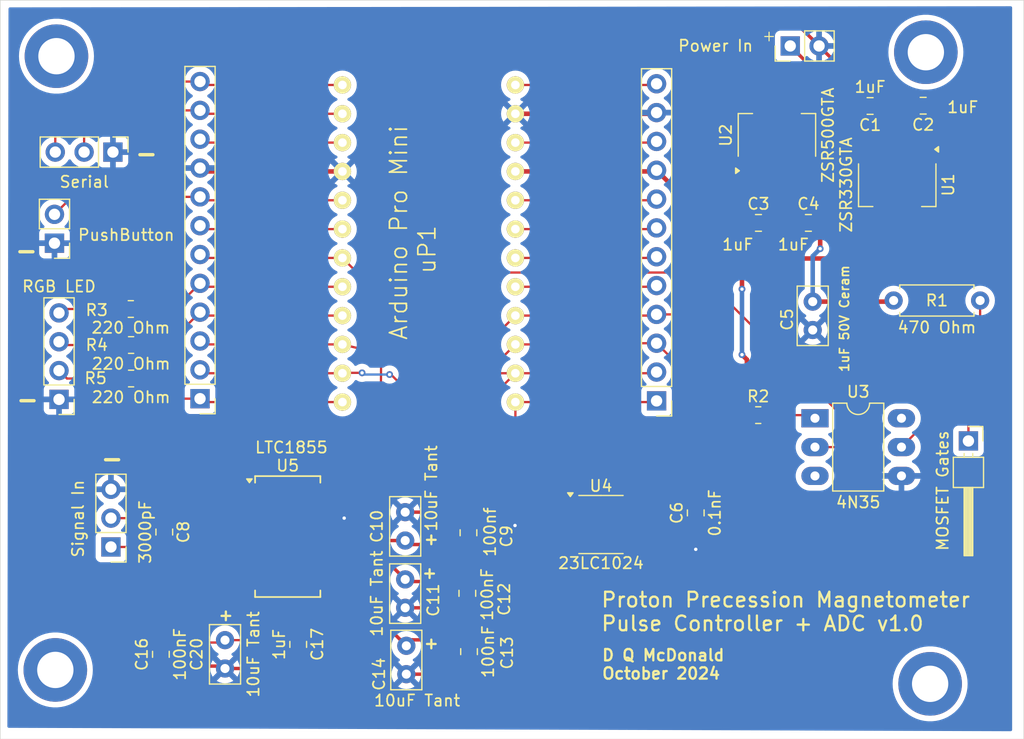
<source format=kicad_pcb>
(kicad_pcb (version 20240108) (generator "pcbnew") (generator_version "8.0")
  (title_block (title "PPM Pulse Controller") (date "2024-10-11") (rev "1.0") (company "D. Q. McDonald"))
  (layers (0 "F.Cu" signal) (31 "B.Cu" signal) (34 "B.Paste" user) (35 "F.Paste" user) (36 "B.SilkS" user "B.Silkscreen") (37 "F.SilkS" user "F.Silkscreen") (38 "B.Mask" user) (39 "F.Mask" user) (44 "Edge.Cuts" user))
  (net 0 "")
  (net 1 "+12V")
  (net 2 "+3.3V")
  (net 3 "+5V")
  (net 4 "SerialRX")
  (net 5 "SerialTX")
  (net 6 "Net-(J2-Pin_3)")
  (net 7 "Net-(J2-Pin_4)")
  (net 8 "Net-(J2-Pin_2)")
  (net 9 "D8")
  (net 10 "D9")
  (net 11 "D6")
  (net 12 "D3")
  (net 13 "D2")
  (net 14 "RESET2")
  (net 15 "D7")
  (net 16 "D5")
  (net 17 "D4")
  (net 18 "D12")
  (net 19 "D13")
  (net 20 "D10")
  (net 21 "A3")
  (net 22 "A2")
  (net 23 "D11")
  (net 24 "RESET")
  (net 25 "A0")
  (net 26 "A1")
  (net 27 "RAW")
  (net 28 "Net-(J5-Pin_1)")
  (net 29 "Net-(R2-Pad2)")
  (net 32 "AGND")
  (net 33 "Net-(J6-Pin_2)")
  (net 34 "Net-(J6-Pin_1)")
  (net 35 "Net-(U5-REFCOMP)")
  (net 36 "Net-(U5-V_{ref})")
  (net 37 "Net-(U5-ADC^{+})")
  (net 38 "Net-(U5-ADC^{-})")
  (footprint "Package_SO:SSOP-28_5.3x10.2mm_P0.65mm" (layer "F.Cu") (at 142.975 99.7)
    (property "Reference" "U5")
    (property "Value" "LTC1855")
  )
  (footprint "Package_DIP:DIP-6_W7.62mm_LongPads" (layer "F.Cu") (at 189.43 89.27625)
    (property "Reference" "U3")
    (property "Value" "4N35")
  )
  (footprint "Connector_PinHeader_2.54mm:PinHeader_1x01_P2.54mm_Horizontal" (layer "F.Cu") (at 202.95 91.275 -90)
    (property "Reference" "J5" (hide yes))
    (property "Value" "MOSFET Gates")
  )
  (footprint "Connector_PinHeader_2.54mm:PinHeader_1x02_P2.54mm_Vertical" (layer "F.Cu") (at 122.425 73.85 180)
    (property "Reference" "P2" (hide yes))
    (property "Value" "PushButton")
  )
  (footprint "Capacitor_THT:C_Disc_D5.0mm_W2.5mm_P2.50mm" (layer "F.Cu") (at 137.45 111.325 90)
    (property "Reference" "C20")
    (property "Value" "10uF Tant")
  )
  (footprint "Connector_PinHeader_2.54mm:PinHeader_1x12_P2.54mm_Vertical" (layer "F.Cu") (at 175.4731 87.7456 180)
    (property "Reference" "J4" (hide yes))
    (property "Value" "Arduino Out 2" (hide yes))
  )
  (footprint "Package_TO_SOT_SMD:SOT-223" (layer "F.Cu") (at 186.0775 64.33875 90)
    (property "Reference" "U2")
    (property "Value" "ZSR500GTA")
  )
  (footprint "Capacitor_SMD:C_0805_2012Metric_Pad1.18x1.45mm_HandSolder" (layer "F.Cu") (at 184.45 72.06375)
    (property "Reference" "C3")
    (property "Value" "1uF")
  )
  (footprint "Package_SO:SOIC-8_3.9x4.9mm_P1.27mm" (layer "F.Cu") (at 170.575 98.64)
    (property "Reference" "U4")
    (property "Value" "23LC1024")
  )
  (footprint "Connector_PinHeader_2.54mm:PinHeader_1x12_P2.54mm_Vertical" (layer "F.Cu") (at 135.2481 87.5506 180)
    (property "Reference" "J3" (hide yes))
    (property "Value" "Arduino Out 1" (hide yes))
  )
  (footprint "Connector_PinHeader_2.54mm:PinHeader_1x03_P2.54mm_Vertical" (layer "F.Cu") (at 127.575 65.825 -90)
    (property "Reference" "J1" (hide yes))
    (property "Value" "Serial")
  )
  (footprint "Resistor_SMD:R_0805_2012Metric_Pad1.20x1.40mm_HandSolder" (layer "F.Cu") (at 184.43 89.00125)
    (property "Reference" "R2")
    (property "Value" "220 Ohm")
  )
  (footprint "Capacitor_SMD:C_0805_2012Metric_Pad1.18x1.45mm_HandSolder" (layer "F.Cu") (at 188.85 72.06375)
    (property "Reference" "C4")
    (property "Value" "1uF")
  )
  (footprint "Resistor_THT:R_Axial_DIN0207_L6.3mm_D2.5mm_P7.62mm_Horizontal" (layer "F.Cu") (at 196.36 78.90125)
    (property "Reference" "R1" (hide yes))
    (property "Value" "470 Ohm")
  )
  (footprint "Capacitor_SMD:C_0805_2012Metric_Pad1.18x1.45mm_HandSolder" (layer "F.Cu") (at 178.925 97.6125 90)
    (property "Reference" "C6")
    (property "Value" "0.1nF")
  )
  (footprint "MountingHole:MountingHole_3.2mm_M3_DIN965_Pad" (layer "F.Cu") (at 122.6 57.375)
    (property "Reference" "1" (hide yes))
    (property "Value" "1" (hide yes))
  )
  (footprint "Capacitor_SMD:C_0805_2012Metric_Pad1.18x1.45mm_HandSolder" (layer "F.Cu") (at 132.1 99.3 -90)
    (property "Reference" "C8")
    (property "Value" "3000pF")
  )
  (footprint "MountingHole:MountingHole_3.2mm_M3_DIN965_Pad" (layer "F.Cu") (at 199.575 112.675)
    (property "Reference" "3" (hide yes))
    (property "Value" "3" (hide yes))
  )
  (footprint "Capacitor_SMD:C_0805_2012Metric_Pad1.18x1.45mm_HandSolder" (layer "F.Cu") (at 194.2875 61.76375 180)
    (property "Reference" "C1")
    (property "Value" "1uF")
  )
  (footprint "DQM_kicad_new:ArduProMini" (layer "F.Cu") (at 145.255 53.56)
    (property "Reference" "uP1")
    (property "Value" "Arduino Pro Mini")
  )
  (footprint "Connector_PinHeader_2.54mm:PinHeader_1x03_P2.54mm_Vertical" (layer "F.Cu") (at 127.4 100.615 180)
    (property "Reference" "J6" (hide yes))
    (property "Value" "Signal In")
  )
  (footprint "Capacitor_THT:C_Disc_D5.0mm_W2.5mm_P2.50mm" (layer "F.Cu") (at 153.425 111.825 90)
    (property "Reference" "C14")
    (property "Value" "10uF Tant")
  )
  (footprint "Resistor_SMD:R_0805_2012Metric_Pad1.20x1.40mm_HandSolder" (layer "F.Cu") (at 129.175 85.775)
    (property "Reference" "R5")
    (property "Value" "220 Ohm")
  )
  (footprint "MountingHole:MountingHole_3.2mm_M3_DIN965_Pad" (layer "F.Cu") (at 199.2 57.025)
    (property "Reference" "REF**" (hide yes))
    (property "Value" "MountingHole_3.2mm_M3_DIN965_Pad" (hide yes))
  )
  (footprint "MountingHole:MountingHole_3.2mm_M3_DIN965_Pad" (layer "F.Cu") (at 122.5 111.45)
    (property "Reference" "2" (hide yes))
    (property "Value" "1" (hide yes))
  )
  (footprint "Capacitor_SMD:C_0805_2012Metric_Pad1.18x1.45mm_HandSolder" (layer "F.Cu") (at 158.95 109.8375 90)
    (property "Reference" "C13")
    (property "Value" "100nF")
  )
  (footprint "Capacitor_THT:C_Disc_D5.0mm_W2.5mm_P2.50mm" (layer "F.Cu") (at 153.325 100.05 90)
    (property "Reference" "C10")
    (property "Value" "10uF Tant")
  )
  (footprint "Connector_PinHeader_2.54mm:PinHeader_1x02_P2.54mm_Vertical" (layer "F.Cu") (at 187.25 56.475 90)
    (property "Reference" "P1" (hide yes))
    (property "Value" "Power In")
  )
  (footprint "Capacitor_SMD:C_0805_2012Metric_Pad1.18x1.45mm_HandSolder" (layer "F.Cu") (at 158.8 104.7 -90)
    (property "Reference" "C12")
    (property "Value" "100nF")
  )
  (footprint "Capacitor_SMD:C_0805_2012Metric_Pad1.18x1.45mm_HandSolder" (layer "F.Cu") (at 158.9 99.3625 -90)
    (property "Reference" "C9")
    (property "Value" "100nf")
  )
  (footprint "Capacitor_SMD:C_0805_2012Metric_Pad1.18x1.45mm_HandSolder" (layer "F.Cu") (at 198.9625 61.73875 180)
    (property "Reference" "C2")
    (property "Value" "1uF")
  )
  (footprint "Capacitor_SMD:C_0805_2012Metric_Pad1.18x1.45mm_HandSolder" (layer "F.Cu") (at 131.8 110.075 90)
    (property "Reference" "C16")
    (property "Value" "100nF")
  )
  (footprint "Resistor_SMD:R_0805_2012Metric_Pad1.20x1.40mm_HandSolder" (layer "F.Cu") (at 129.15 79.65)
    (property "Reference" "R3")
    (property "Value" "220 Ohm")
  )
  (footprint "Connector_PinHeader_2.54mm:PinHeader_1x04_P2.54mm_Vertical" (layer "F.Cu") (at 122.825 87.615 180)
    (property "Reference" "J2" (hide yes))
    (property "Value" "RGB LED")
  )
  (footprint "Resistor_SMD:R_0805_2012Metric_Pad1.20x1.40mm_HandSolder" (layer "F.Cu") (at 129.175 82.825)
    (property "Reference" "R4")
    (property "Value" "220 Ohm")
  )
  (footprint "Capacitor_THT:C_Disc_D5.0mm_W2.5mm_P2.50mm" (layer "F.Cu") (at 189.23 79.00125 -90)
    (property "Reference" "C5")
    (property "Value" "1uF 50V Ceram")
  )
  (footprint "Package_TO_SOT_SMD:SOT-223" (layer "F.Cu") (at 196.6775 68.71375 -90)
    (property "Reference" "U1")
    (property "Value" "ZSR330GTA")
  )
  (footprint "Capacitor_SMD:C_0805_2012Metric_Pad1.18x1.45mm_HandSolder" (layer "F.Cu") (at 143.9 109.2 -90)
    (property "Reference" "C17")
    (property "Value" "1uF")
  )
  (footprint "Capacitor_THT:C_Disc_D5.0mm_W2.5mm_P2.50mm" (layer "F.Cu") (at 153.325 103.475 -90)
    (property "Reference" "C11")
    (property "Value" "10uF Tant")
  )
  (gr_rect (start 117.65 52.45) (end 207.825 117.55) (stroke (width 0.05)) (fill none) (layer "Edge.Cuts"))
  (gr_text "-" (at 129.4 66.825 0) (layer "F.SilkS") (effects (font (size 1.5 1.5) (thickness 0.3) (bold yes)) (justify left bottom)))
  (gr_text "+" (at 154.725 103.475 0) (layer "F.SilkS") (effects (font (size 1 1) (thickness 0.2) (bold yes)) (justify left bottom)))
  (gr_text "-" (at 118.825 75.375 0) (layer "F.SilkS") (effects (font (size 1.5 1.5) (thickness 0.3) (bold yes)) (justify left bottom)))
  (gr_text "Proton Precession Magnetometer\nPulse Controller + ADC v1.0" (at 170.5 108.125 0) (layer "F.SilkS") (effects (font (size 1.3 1.3) (thickness 0.2) (bold yes)) (justify left bottom)))
  (gr_text "-" (at 118.925 88.5 0) (layer "F.SilkS") (effects (font (size 1.5 1.5) (thickness 0.3) (bold yes)) (justify left bottom)))
  (gr_text "+" (at 184.7 56.15 0) (layer "F.SilkS") (effects (font (size 1 1) (thickness 0.1)) (justify left bottom)))
  (gr_text "-" (at 126.375 93.7 0) (layer "F.SilkS") (effects (font (size 1.5 1.5) (thickness 0.3) (bold yes)) (justify left bottom)))
  (gr_text "+" (at 136.775 107.2 0) (layer "F.SilkS") (effects (font (size 1 1) (thickness 0.2) (bold yes)) (justify left bottom)))
  (gr_text "+" (at 154.875 100.5 0) (layer "F.SilkS") (effects (font (size 1 1) (thickness 0.2) (bold yes)) (justify left bottom)))
  (gr_text "D Q McDonald\nOctober 2024" (at 170.575 112.35 0) (layer "F.SilkS") (effects (font (size 1 1) (thickness 0.2) (bold yes)) (justify left bottom)))
  (gr_text "+" (at 154.875 109.675 0) (layer "F.SilkS") (effects (font (size 1 1) (thickness 0.2) (bold yes)) (justify left bottom)))
  (segment (start 196.26 79.00125) (end 196.36 78.90125) (width 0.4) (layer "F.Cu") (net 1))
  (segment (start 191.5775 71.68875) (end 191.2025 72.06375) (width 0.3) (layer "F.Cu") (net 1))
  (segment (start 194.44 65.50125) (end 194.3775 65.56375) (width 0.4) (layer "F.Cu") (net 1))
  (segment (start 189.8875 71.07625) (end 188.24 69.42875) (width 0.4) (layer "F.Cu") (net 1))
  (segment (start 191.5775 60.8025) (end 192.53875 61.76375) (width 0.3) (layer "F.Cu") (net 1))
  (segment (start 191.5775 60.8025) (end 191.5775 71.68875) (width 0.3) (layer "F.Cu") (net 1))
  (segment (start 188.24 69.42875) (end 188.24 67.78875) (width 0.4) (layer "F.Cu") (net 1))
  (segment (start 189.8875 72.06375) (end 189.8875 71.07625) (width 0.4) (layer "F.Cu") (net 1))
  (segment (start 193.25 64.43625) (end 194.3775 65.56375) (width 0.4) (layer "F.Cu") (net 1))
  (segment (start 189.23 79.00125) (end 196.26 79.00125) (width 0.4) (layer "F.Cu") (net 1))
  (segment (start 187.25 56.475) (end 191.5775 60.8025) (width 0.3) (layer "F.Cu") (net 1))
  (segment (start 191.2025 72.06375) (end 189.8875 72.06375) (width 0.3) (layer "F.Cu") (net 1))
  (segment (start 193.25 61.76375) (end 193.25 64.43625) (width 0.4) (layer "F.Cu") (net 1))
  (segment (start 189.8875 72.06375) (end 189.8875 74.3375) (width 0.4) (layer "F.Cu") (net 1))
  (segment (start 188.54 68.08875) (end 188.24 67.78875) (width 0.4) (layer "F.Cu") (net 1))
  (segment (start 192.53875 61.76375) (end 193.25 61.76375) (width 0.3) (layer "F.Cu") (net 1))
  (via (at 189.8875 74.3375) (size 0.6) (drill 0.3) (layers "F.Cu" "B.Cu") (net 1))
  (segment (start 189.23 74.995) (end 189.23 79.00125) (width 0.4) (layer "B.Cu") (net 1))
  (segment (start 189.8875 74.3375) (end 189.23 74.995) (width 0.4) (layer "B.Cu") (net 1))
  (segment (start 158.9 100.4) (end 163.1 100.4) (width 0.3) (layer "F.Cu") (net 2))
  (segment (start 175.3687 67.53) (end 175.4731 67.4256) (width 0.4) (layer "F.Cu") (net 2))
  (segment (start 174.745 98.005) (end 173.05 98.005) (width 0.3) (layer "F.Cu") (net 2))
  (segment (start 182.99875 74.95125) (end 175.4731 67.4256) (width 0.4) (layer "F.Cu") (net 2))
  (segment (start 183.2475 75.2) (end 196.521314 75.2) (width 0.4) (layer "F.Cu") (net 2))
  (segment (start 178.925 96.575) (end 178.925 95.9) (width 0.3) (layer "F.Cu") (net 2))
  (segment (start 164.825 102.125) (end 174.825 102.125) (width 0.3) (layer "F.Cu") (net 2))
  (segment (start 200 61.73875) (end 200 64.54125) (width 0.4) (layer "F.Cu") (net 2))
  (segment (start 182.99875 74.95125) (end 183.2475 75.2) (width 0.4) (layer "F.Cu") (net 2))
  (segment (start 201.925 68.51125) (end 198.9775 65.56375) (width 0.4) (layer "F.Cu") (net 2))
  (segment (start 163.1 100.4) (end 164.825 102.125) (width 0.3) (layer "F.Cu") (net 2))
  (segment (start 174.825 100.675) (end 178.925 96.575) (width 0.3) (layer "F.Cu") (net 2))
  (segment (start 183.43 91.395) (end 183.43 89.00125) (width 0.3) (layer "F.Cu") (net 2))
  (segment (start 196.521314 75.2) (end 201.925 69.796314) (width 0.4) (layer "F.Cu") (net 2))
  (segment (start 158.9 100.4) (end 153.675 100.4) (width 0.3) (layer "F.Cu") (net 2))
  (segment (start 201.925 69.796314) (end 201.925 68.51125) (width 0.4) (layer "F.Cu") (net 2))
  (segment (start 183.43 84.105) (end 183.43 89.00125) (width 0.4) (layer "F.Cu") (net 2))
  (segment (start 173.21 96.575) (end 173.05 96.735) (width 0.3) (layer "F.Cu") (net 2))
  (segment (start 153.325 100.05) (end 146.6 100.05) (width 0.3) (layer "F.Cu") (net 2))
  (segment (start 146.6 100.05) (end 146.575 100.025) (width 0.3) (layer "F.Cu") (net 2))
  (segment (start 200 64.54125) (end 198.9775 65.56375) (width 0.4) (layer "F.Cu") (net 2))
  (segment (start 176.175 96.575) (end 174.745 98.005) (width 0.3) (layer "F.Cu") (net 2))
  (segment (start 182.99875 83.67375) (end 183.43 84.105) (width 0.4) (layer "F.Cu") (net 2))
  (segment (start 178.925 96.575) (end 173.21 96.575) (width 0.3) (layer "F.Cu") (net 2))
  (segment (start 178.925 95.9) (end 183.43 91.395) (width 0.3) (layer "F.Cu") (net 2))
  (segment (start 182.99875 74.95125) (end 182.99875 77.9) (width 0.4) (layer "F.Cu") (net 2))
  (segment (start 153.675 100.4) (end 153.325 100.05) (width 0.3) (layer "F.Cu") (net 2))
  (segment (start 178.925 96.575) (end 176.175 96.575) (width 0.3) (layer "F.Cu") (net 2))
  (segment (start 174.825 102.125) (end 174.825 100.675) (width 0.3) (layer "F.Cu") (net 2))
  (segment (start 163.035 67.53) (end 175.3687 67.53) (width 0.4) (layer "F.Cu") (net 2))
  (via (at 182.99875 83.67375) (size 0.6) (drill 0.3) (layers "F.Cu" "B.Cu") (net 2))
  (via (at 182.99875 77.9) (size 0.6) (drill 0.3) (layers "F.Cu" "B.Cu") (net 2))
  (segment (start 182.99875 77.9) (end 182.99875 83.67375) (width 0.4) (layer "B.Cu") (net 2))
  (segment (start 161.7875 103.6625) (end 158.8 103.6625) (width 0.4) (layer "F.Cu") (net 3))
  (segment (start 183.4125 72.06375) (end 183.4125 68.01625) (width 0.4) (layer "F.Cu") (net 3))
  (segment (start 161.95 108.8) (end 158.95 108.8) (width 0.4) (layer "F.Cu") (net 3))
  (segment (start 203.575 53.425) (end 206.05 55.9) (width 0.4) (layer "F.Cu") (net 3))
  (segment (start 158.95 108.8) (end 153.95 108.8) (width 0.3) (layer "F.Cu") (net 3))
  (segment (start 149.8 101.325) (end 146.575 101.325) (width 0.3) (layer "F.Cu") (net 3))
  (segment (start 150.55 106.45) (end 150.55 102.025) (width 0.3) (layer "F.Cu") (net 3))
  (segment (start 166.9 108.775) (end 161.975 108.775) (width 0.4) (layer "F.Cu") (net 3))
  (segment (start 153.325 103.475) (end 150.45 100.6) (width 0.3) (layer "F.Cu") (net 3))
  (segment (start 166.9 108.775) (end 161.7875 103.6625) (width 0.4) (layer "F.Cu") (net 3))
  (segment (start 150.45 100.6) (end 150.375 100.675) (width 0.3) (layer "F.Cu") (net 3))
  (segment (start 183.4125 72.06375) (end 182.56375 72.06375) (width 0.4) (layer "F.Cu") (net 3))
  (segment (start 182.25 53.425) (end 203.575 53.425) (width 0.4) (layer "F.Cu") (net 3))
  (segment (start 150.375 100.675) (end 146.575 100.675) (width 0.3) (layer "F.Cu") (net 3))
  (segment (start 182.56375 72.06375) (end 180.225 69.725) (width 0.4) (layer "F.Cu") (net 3))
  (segment (start 153.95 108.8) (end 153.425 109.325) (width 0.3) (layer "F.Cu") (net 3))
  (segment (start 153.5125 103.6625) (end 153.325 103.475) (width 0.3) (layer "F.Cu") (net 3))
  (segment (start 153.425 109.325) (end 150.55 106.45) (width 0.3) (layer "F.Cu") (net 3))
  (segment (start 183.4125 68.01625) (end 183.64 67.78875) (width 0.4) (layer "F.Cu") (net 3))
  (segment (start 149.825 101.3) (end 149.8 101.325) (width 0.3) (layer "F.Cu") (net 3))
  (segment (start 180.25 55.425) (end 182.25 53.425) (width 0.4) (layer "F.Cu") (net 3))
  (segment (start 161.975 108.775) (end 161.95 108.8) (width 0.4) (layer "F.Cu") (net 3))
  (segment (start 150.55 102.025) (end 149.825 101.3) (width 0.3) (layer "F.Cu") (net 3))
  (segment (start 206.05 105.825) (end 203.1 108.775) (width 0.4) (layer "F.Cu") (net 3))
  (segment (start 203.1 108.775) (end 166.9 108.775) (width 0.4) (layer "F.Cu") (net 3))
  (segment (start 180.225 69.725) (end 180.225 55.425) (width 0.4) (layer "F.Cu") (net 3))
  (segment (start 180.225 55.425) (end 180.25 55.425) (width 0.4) (layer "F.Cu") (net 3))
  (segment (start 158.8 103.6625) (end 153.5125 103.6625) (width 0.3) (layer "F.Cu") (net 3))
  (segment (start 206.05 55.9) (end 206.05 105.825) (width 0.4) (layer "F.Cu") (net 3))
  (segment (start 125.035 65.825) (end 125.035 62.64) (width 0.2) (layer "F.Cu") (net 4))
  (segment (start 135.5475 62.45) (end 135.2481 62.1506) (width 0.2) (layer "F.Cu") (net 4))
  (segment (start 125.035 62.64) (end 125.5244 62.1506) (width 0.2) (layer "F.Cu") (net 4))
  (segment (start 125.5244 62.1506) (end 135.2481 62.1506) (width 0.2) (layer "F.Cu") (net 4))
  (segment (start 134.7737 62.625) (end 135.2481 62.1506) (width 0.2) (layer "F.Cu") (net 4))
  (segment (start 147.795 62.45) (end 135.5475 62.45) (width 0.2) (layer "F.Cu") (net 4))
  (segment (start 126.8144 59.6106) (end 122.495 63.93) (width 0.2) (layer "F.Cu") (net 5))
  (segment (start 135.5475 59.91) (end 135.2481 59.6106) (width 0.2) (layer "F.Cu") (net 5))
  (segment (start 147.795 59.91) (end 135.5475 59.91) (width 0.2) (layer "F.Cu") (net 5))
  (segment (start 135.2481 59.6106) (end 126.8144 59.6106) (width 0.2) (layer "F.Cu") (net 5))
  (segment (start 122.495 63.93) (end 122.495 65.825) (width 0.2) (layer "F.Cu") (net 5))
  (segment (start 123.115 82.825) (end 122.825 82.535) (width 0.2) (layer "F.Cu") (net 6))
  (segment (start 128.175 82.825) (end 123.115 82.825) (width 0.2) (layer "F.Cu") (net 6))
  (segment (start 123.17 79.65) (end 122.825 79.995) (width 0.2) (layer "F.Cu") (net 7))
  (segment (start 128.15 79.65) (end 123.17 79.65) (width 0.2) (layer "F.Cu") (net 7))
  (segment (start 128.175 85.775) (end 123.525 85.775) (width 0.2) (layer "F.Cu") (net 8))
  (segment (start 123.525 85.775) (end 122.825 85.075) (width 0.2) (layer "F.Cu") (net 8))
  (segment (start 135.5475 85.31) (end 135.2481 85.0106) (width 0.2) (layer "F.Cu") (net 9))
  (segment (start 147.795 85.31) (end 135.5475 85.31) (width 0.2) (layer "F.Cu") (net 9))
  (segment (start 152.075 85.425) (end 151.95 85.425) (width 0.2) (layer "F.Cu") (net 9))
  (segment (start 152.975 86.475) (end 152.975 86.325) (width 0.2) (layer "F.Cu") (net 9))
  (segment (start 147.83 85.275) (end 147.795 85.31) (width 0.2) (layer "F.Cu") (net 9))
  (segment (start 152.975 86.325) (end 152.075 85.425) (width 0.2) (layer "F.Cu") (net 9))
  (segment (start 149.525 85.275) (end 147.83 85.275) (width 0.2) (layer "F.Cu") (net 9))
  (segment (start 146.575 95.475) (end 152.975 89.075) (width 0.2) (layer "F.Cu") (net 9))
  (segment (start 146.575 95.475) (end 146.575 96.125) (width 0.2) (layer "F.Cu") (net 9))
  (segment (start 152.975 89.075) (end 152.975 86.475) (width 0.2) (layer "F.Cu") (net 9))
  (via (at 151.95 85.425) (size 0.6) (drill 0.3) (layers "F.Cu" "B.Cu") (net 9))
  (via (at 149.525 85.275) (size 0.6) (drill 0.3) (layers "F.Cu" "B.Cu") (net 9))
  (segment (start 149.675 85.425) (end 149.525 85.275) (width 0.2) (layer "B.Cu") (net 9))
  (segment (start 151.95 85.425) (end 149.675 85.425) (width 0.2) (layer "B.Cu") (net 9))
  (segment (start 147.795 87.85) (end 135.5475 87.85) (width 0.2) (layer "F.Cu") (net 10))
  (segment (start 135.5475 87.85) (end 135.2481 87.5506) (width 0.2) (layer "F.Cu") (net 10))
  (segment (start 131.9506 87.5506) (end 130.175 85.775) (width 0.2) (layer "F.Cu") (net 10))
  (segment (start 135.2481 87.5506) (end 131.9506 87.5506) (width 0.2) (layer "F.Cu") (net 10))
  (segment (start 135.5475 80.23) (end 135.2481 79.9306) (width 0.2) (layer "F.Cu") (net 11))
  (segment (start 132.3537 82.825) (end 130.175 82.825) (width 0.2) (layer "F.Cu") (net 11))
  (segment (start 147.795 80.23) (end 135.5475 80.23) (width 0.2) (layer "F.Cu") (net 11))
  (segment (start 135.2481 79.9306) (end 132.3537 82.825) (width 0.2) (layer "F.Cu") (net 11))
  (segment (start 147.795 72.61) (end 135.5475 72.61) (width 0.2) (layer "F.Cu") (net 12))
  (segment (start 135.5475 72.61) (end 135.2481 72.3106) (width 0.2) (layer "F.Cu") (net 12))
  (segment (start 135.2481 69.7706) (end 123.9644 69.7706) (width 0.2) (layer "F.Cu") (net 13))
  (segment (start 135.5475 70.07) (end 135.2481 69.7706) (width 0.2) (layer "F.Cu") (net 13))
  (segment (start 123.9644 69.7706) (end 122.425 71.31) (width 0.2) (layer "F.Cu") (net 13))
  (segment (start 147.795 70.07) (end 135.5475 70.07) (width 0.2) (layer "F.Cu") (net 13))
  (segment (start 135.5475 64.99) (end 135.2481 64.6906) (width 0.2) (layer "F.Cu") (net 14))
  (segment (start 147.795 64.99) (end 135.5475 64.99) (width 0.2) (layer "F.Cu") (net 14))
  (segment (start 147.795 82.77) (end 135.5475 82.77) (width 0.2) (layer "F.Cu") (net 15))
  (segment (start 147.795 82.77) (end 151.1 83.575) (width 0.2) (layer "F.Cu") (net 15))
  (segment (start 135.5475 82.77) (end 135.2481 82.4706) (width 0.2) (layer "F.Cu") (net 15))
  (segment (start 151.175 88.3) (end 144.575 92.775) (width 0.2) (layer "F.Cu") (net 15))
  (segment (start 145 99.375) (end 146.575 99.375) (width 0.2) (layer "F.Cu") (net 15))
  (segment (start 151.1 83.575) (end 151.2 84.525) (width 0.2) (layer "F.Cu") (net 15))
  (segment (start 144.575 98.95) (end 145 99.375) (width 0.2) (layer "F.Cu") (net 15))
  (segment (start 151.2 84.525) (end 151.175 88.3) (width 0.2) (layer "F.Cu") (net 15))
  (segment (start 144.575 92.775) (end 144.575 98.95) (width 0.2) (layer "F.Cu") (net 15))
  (segment (start 135.2481 77.3906) (end 132.9887 79.65) (width 0.2) (layer "F.Cu") (net 16))
  (segment (start 147.795 77.69) (end 135.5475 77.69) (width 0.2) (layer "F.Cu") (net 16))
  (segment (start 132.9887 79.65) (end 130.15 79.65) (width 0.2) (layer "F.Cu") (net 16))
  (segment (start 135.5475 77.69) (end 135.2481 77.3906) (width 0.2) (layer "F.Cu") (net 16))
  (segment (start 189.43 91.81625) (end 192.00875 91.81625) (width 0.2) (layer "F.Cu") (net 17))
  (segment (start 179.18935 76.4356) (end 149.0806 76.4356) (width 0.2) (layer "F.Cu") (net 17))
  (segment (start 191.975 91.7825) (end 191.975 89.22125) (width 0.2) (layer "F.Cu") (net 17))
  (segment (start 147.795 75.15) (end 134.712 75.15) (width 0.2) (layer "F.Cu") (net 17))
  (segment (start 149.0806 76.4356) (end 147.795 75.15) (width 0.2) (layer "F.Cu") (net 17))
  (segment (start 191.975 89.22125) (end 179.18935 76.4356) (width 0.2) (layer "F.Cu") (net 17))
  (segment (start 192.00875 91.81625) (end 191.975 91.7825) (width 0.2) (layer "F.Cu") (net 17))
  (segment (start 170.75 94.45) (end 170.75 99.85) (width 0.2) (layer "F.Cu") (net 18))
  (segment (start 163.035 82.77) (end 148.38 97.425) (width 0.2) (layer "F.Cu") (net 18))
  (segment (start 174.0644 82.6656) (end 175.4731 82.6656) (width 0.2) (layer "F.Cu") (net 18))
  (segment (start 148.38 97.425) (end 146.575 97.425) (width 0.2) (layer "F.Cu") (net 18))
  (segment (start 178.35 92.55) (end 172.65 92.55) (width 0.2) (layer "F.Cu") (net 18))
  (segment (start 171.445 100.545) (end 173.05 100.545) (width 0.2) (layer "F.Cu") (net 18))
  (segment (start 175.4731 82.6656) (end 178.35 85.5425) (width 0.2) (layer "F.Cu") (net 18))
  (segment (start 173.96 82.77) (end 174.0644 82.6656) (width 0.2) (layer "F.Cu") (net 18))
  (segment (start 163.035 82.77) (end 173.96 82.77) (width 0.2) (layer "F.Cu") (net 18))
  (segment (start 178.35 85.5425) (end 178.35 92.55) (width 0.2) (layer "F.Cu") (net 18))
  (segment (start 172.65 92.55) (end 170.75 94.45) (width 0.2) (layer "F.Cu") (net 18))
  (segment (start 170.75 99.85) (end 171.445 100.545) (width 0.2) (layer "F.Cu") (net 18))
  (segment (start 175.3687 80.23) (end 175.4731 80.1256) (width 0.2) (layer "F.Cu") (net 19))
  (segment (start 171.475 95.35) (end 171.475 98.674999) (width 0.2) (layer "F.Cu") (net 19))
  (segment (start 163.035 80.23) (end 149.45 93.815) (width 0.2) (layer "F.Cu") (net 19))
  (segment (start 171.475 98.674999) (end 172.075001 99.275) (width 0.2) (layer "F.Cu") (net 19))
  (segment (start 179.3 94.2) (end 172.625 94.2) (width 0.2) (layer "F.Cu") (net 19))
  (segment (start 172.625 94.2) (end 171.475 95.35) (width 0.2) (layer "F.Cu") (net 19))
  (segment (start 148.075 96.775) (end 146.575 96.775) (width 0.2) (layer "F.Cu") (net 19))
  (segment (start 149.45 95.4) (end 148.075 96.775) (width 0.2) (layer "F.Cu") (net 19))
  (segment (start 175.4731 80.1256) (end 177.8256 80.1256) (width 0.2) (layer "F.Cu") (net 19))
  (segment (start 179.3 81.6) (end 179.3 94.2) (width 0.2) (layer "F.Cu") (net 19))
  (segment (start 177.8256 80.1256) (end 179.3 81.6) (width 0.2) (layer "F.Cu") (net 19))
  (segment (start 163.035 80.23) (end 175.3687 80.23) (width 0.2) (layer "F.Cu") (net 19))
  (segment (start 149.45 93.815) (end 149.45 95.4) (width 0.2) (layer "F.Cu") (net 19))
  (segment (start 172.075001 99.275) (end 173.05 99.275) (width 0.2) (layer "F.Cu") (net 19))
  (segment (start 163.035 93.46) (end 166.31 96.735) (width 0.2) (layer "F.Cu") (net 20))
  (segment (start 163.035 87.85) (end 175.3687 87.85) (width 0.2) (layer "F.Cu") (net 20))
  (segment (start 166.31 96.735) (end 168.1 96.735) (width 0.2) (layer "F.Cu") (net 20))
  (segment (start 163.035 87.85) (end 163.035 93.46) (width 0.2) (layer "F.Cu") (net 20))
  (segment (start 175.3687 87.85) (end 175.4731 87.7456) (width 0.2) (layer "F.Cu") (net 20))
  (segment (start 175.3687 70.07) (end 175.4731 69.9656) (width 0.2) (layer "F.Cu") (net 21))
  (segment (start 163.035 70.07) (end 175.3687 70.07) (width 0.2) (layer "F.Cu") (net 21))
  (segment (start 163.035 72.61) (end 175.3687 72.61) (width 0.2) (layer "F.Cu") (net 22))
  (segment (start 175.3687 72.61) (end 175.4731 72.5056) (width 0.2) (layer "F.Cu") (net 22))
  (segment (start 163.035 85.31) (end 175.3687 85.31) (width 0.2) (layer "F.Cu") (net 23))
  (segment (start 166.105 98.005) (end 161.65 93.55) (width 0.2) (layer "F.Cu") (net 23))
  (segment (start 168.1 98.005) (end 166.105 98.005) (width 0.2) (layer "F.Cu") (net 23))
  (segment (start 161.65 86.695) (end 163.035 85.31) (width 0.2) (layer "F.Cu") (net 23))
  (segment (start 161.64 85.31) (end 148.225 98.725) (width 0.2) (layer "F.Cu") (net 23))
  (segment (start 148.225 98.725) (end 146.575 98.725) (width 0.2) (layer "F.Cu") (net 23))
  (segment (start 161.65 93.55) (end 161.65 86.695) (width 0.2) (layer "F.Cu") (net 23))
  (segment (start 175.3687 85.31) (end 175.4731 85.2056) (width 0.2) (layer "F.Cu") (net 23))
  (segment (start 163.035 85.31) (end 161.64 85.31) (width 0.2) (layer "F.Cu") (net 23))
  (segment (start 175.3687 64.99) (end 175.4731 64.8856) (width 0.2) (layer "F.Cu") (net 24))
  (segment (start 163.035 64.99) (end 175.3687 64.99) (width 0.2) (layer "F.Cu") (net 24))
  (segment (start 175.3687 77.69) (end 175.4731 77.5856) (width 0.2) (layer "F.Cu") (net 25))
  (segment (start 163.035 77.69) (end 175.3687 77.69) (width 0.2) (layer "F.Cu") (net 25))
  (segment (start 175.3687 75.15) (end 175.4731 75.0456) (width 0.2) (layer "F.Cu") (net 26))
  (segment (start 163.035 75.15) (end 175.3687 75.15) (width 0.2) (layer "F.Cu") (net 26))
  (segment (start 163.035 59.91) (end 175.3687 59.91) (width 0.2) (layer "F.Cu") (net 27))
  (segment (start 175.3687 59.91) (end 175.4731 59.8056) (width 0.2) (layer "F.Cu") (net 27))
  (segment (start 203.808125 85.058125) (end 202.95 85.91625) (width 0.2) (layer "F.Cu") (net 28))
  (segment (start 203.98 84.88625) (end 203.8475 85.01875) (width 0.2) (layer "F.Cu") (net 28))
  (segment (start 203.98 78.90125) (end 203.98 84.88625) (width 0.2) (layer "F.Cu") (net 28))
  (segment (start 202.95 85.91625) (end 202.95 91.275) (width 0.2) (layer "F.Cu") (net 28))
  (segment (start 203.808125 85.058125) (end 197.05 91.81625) (width 0.2) (layer "F.Cu") (net 28))
  (segment (start 203.8475 85.01875) (end 203.808125 85.058125) (width 0.2) (layer "F.Cu") (net 28))
  (segment (start 189.155 89.00125) (end 189.43 89.27625) (width 0.2) (layer "F.Cu") (net 29))
  (segment (start 185.43 89.00125) (end 189.155 89.00125) (width 0.2) (layer "F.Cu") (net 29))
  (segment (start 175.3687 62.45) (end 175.4731 62.3456) (width 0.4) (layer "F.Cu") (net 32))
  (segment (start 153.425 111.825) (end 158 111.825) (width 0.3) (layer "F.Cu") (net 32))
  (segment (start 189.79 56.475) (end 188.04 54.725) (width 0.3) (layer "F.Cu") (net 32))
  (segment (start 139.375 95.475) (end 140.525 95.475) (width 0.2) (layer "F.Cu") (net 32))
  (segment (start 137.975 98.15) (end 137.975 97.775) (width 0.2) (layer "F.Cu") (net 32))
  (segment (start 186.0775 61.18875) (end 186.0775 67.48875) (width 0.4) (layer "F.Cu") (net 32))
  (segment (start 145.8625 110.2375) (end 148.4 107.7) (width 0.3) (layer "F.Cu") (net 32))
  (segment (start 163.035 62.45) (end 175.3687 62.45) (width 0.4) (layer "F.Cu") (net 32))
  (segment (start 143.1625 110.2375) (end 143.9 110.2375) (width 0.3) (layer "F.Cu") (net 32))
  (segment (start 168.1 99.275) (end 168.1 100.545) (width 0.3) (layer "F.Cu") (net 32))
  (segment (start 129.6 108.75) (end 129.6 108.9125) (width 0.2) (layer "F.Cu") (net 32))
  (segment (start 138.025 100.025) (end 139.375 100.025) (width 0.2) (layer "F.Cu") (net 32))
  (segment (start 153.325 105.975) (end 158.5625 105.975) (width 0.3) (layer "F.Cu") (net 32))
  (segment (start 138.2 98.075) (end 139.375 98.075) (width 0.2) (layer "F.Cu") (net 32))
  (segment (start 127.4 95.535) (end 139.315 95.535) (width 0.2) (layer "F.Cu") (net 32))
  (segment (start 158.5625 105.975) (end 158.8 105.7375) (width 0.3) (layer "F.Cu") (net 32))
  (segment (start 122.825 87.615) (end 122.825 104.25) (width 0.3) (layer "F.Cu") (net 32))
  (segment (start 195.325 61.76375) (end 197.9 61.76375) (width 0.4) (layer "F.Cu") (net 32))
  (segment (start 147.795 67.53) (end 135.5475 67.53) (width 0.4) (layer "F.Cu") (net 32))
  (segment (start 137.975 98.15) (end 138.125 98.15) (width 0.2) (layer "F.Cu") (net 32))
  (segment (start 146.575 101.975) (end 146.575 102.625) (width 0.3) (layer "F.Cu") (net 32))
  (segment (start 197.925 61.73875) (end 197.925 64.31625) (width 0.4) (layer "F.Cu") (net 32))
  (segment (start 163.65 99.275) (end 168.1 99.275) (width 0.3) (layer "F.Cu") (net 32))
  (segment (start 185.49 71.96375) (end 185.49 68.23875) (width 0.4) (layer "F.Cu") (net 32))
  (segment (start 158.125 97.55) (end 158.9 98.325) (width 0.3) (layer "F.Cu") (net 32))
  (segment (start 137.975 98.775) (end 137.975 98.15) (width 0.2) (layer "F.Cu") (net 32))
  (segment (start 187.8125 72.06375) (end 185.4875 72.06375) (width 0.4) (layer "F.Cu") (net 32))
  (segment (start 138.125 98.15) (end 138.2 98.075) (width 0.2) (layer "F.Cu") (net 32))
  (segment (start 122.825 104.25) (end 127.325 108.75) (width 0.3) (layer "F.Cu") (net 32))
  (segment (start 139.375 100.675) (end 137.975 100.675) (width 0.2) (layer "F.Cu") (net 32))
  (segment (start 138.025 98.725) (end 139.375 98.725) (width 0.2) (layer "F.Cu") (net 32))
  (segment (start 184.85 54.725) (end 184.85 59.96125) (width 0.3) (layer "F.Cu") (net 32))
  (segment (start 140.35 103.925) (end 139.375 103.925) (width 0.2) (layer "F.Cu") (net 32))
  (segment (start 127.325 108.75) (end 129.6 108.75) (width 0.3) (layer "F.Cu") (net 32))
  (segment (start 158.8 105.7375) (end 159.5875 105.7375) (width 0.3) (layer "F.Cu") (net 32))
  (segment (start 162.6 98.325) (end 163 98.725) (width 0.3) (layer "F.Cu") (net 32))
  (segment (start 189.79 56.475) (end 195.07875 61.76375) (width 0.3) (layer "F.Cu") (net 32))
  (segment (start 137.975 97.775) (end 138.325 97.425) (width 0.2) (layer "F.Cu") (net 32))
  (segment (start 129.6 108.625) (end 129.6 108.75) (width 0.2) (layer "F.Cu") (net 32))
  (segment (start 137.975 99.425) (end 138.025 99.375) (width 0.2) (layer "F.Cu") (net 32))
  (segment (start 185.49 68.23875) (end 185.94 67.78875) (width 0.4) (layer "F.Cu") (net 32))
  (segment (start 138.325 97.425) (end 139.375 97.425) (width 0.2) (layer "F.Cu") (net 32))
  (segment (start 197.925 64.31625) (end 196.6775 65.56375) (width 0.4) (layer "F.Cu") (net 32))
  (segment (start 137.975 100.45) (end 137.975 99.975) (width 0.2) (layer "F.Cu") (net 32))
  (segment (start 146.575 98.075) (end 147.95 98.075) (width 0.3) (layer "F.Cu") (net 32))
  (segment (start 188.04 54.725) (end 184.85 54.725) (width 0.3) (layer "F.Cu") (net 32))
  (segment (start 158.9 98.325) (end 162.6 98.325) (width 0.3) (layer "F.Cu") (net 32))
  (segment (start 131.8 111.1125) (end 137.2375 111.1125) (width 0.3) (layer "F.Cu") (net 32))
  (segment (start 138.025 99.375) (end 139.375 99.375) (width 0.2) (layer "F.Cu") (net 32))
  (segment (start 137.45 111.325) (end 142.8125 111.325) (width 0.3) (layer "F.Cu") (net 32))
  (segment (start 137.975 100.675) (end 137.975 100.45) (width 0.2) (layer "F.Cu") (net 32))
  (segment (start 195.07875 61.76375) (end 195.325 61.76375) (width 0.3) (layer "F.Cu") (net 32))
  (segment (start 137.2375 111.1125) (end 137.45 111.325) (width 0.3) (layer "F.Cu") (net 32))
  (segment (start 139.315 95.535) (end 139.375 95.475) (width 0.2) (layer "F.Cu") (net 32))
  (segment (start 153.325 97.55) (end 158.125 97.55) (width 0.3) (layer "F.Cu") (net 32))
  (segment (start 148.4 107.7) (end 148.4 103.45) (width 0.3) (layer "F.Cu") (net 32))
  (segment (start 140.525 95.475) (end 141.75 95.875) (width 0.2) (layer "F.Cu") (net 32))
  (segment (start 141.725 103.5) (end 140.35 103.925) (width 0.2) (layer "F.Cu") (net 32))
  (segment (start 137.975 99.425) (end 137.975 98.775) (width 0.2) (layer "F.Cu") (net 32))
  (segment (start 148.4 103.45) (end 147.575 102.625) (width 0.3) (layer "F.Cu") (net 32))
  (segment (start 137.975 98.775) (end 138.025 98.725) (width 0.2) (layer "F.Cu") (net 32))
  (segment (start 184.85 59.96125) (end 186.0775 61.18875) (width 0.3) (layer "F.Cu") (net 32))
  (segment (start 141.75 95.875) (end 141.725 103.5) (width 0.2) (layer "F.Cu") (net 32))
  (segment (start 137.975 99.975) (end 138.025 100.025) (width 0.2) (layer "F.Cu") (net 32))
  (segment (start 163 98.725) (end 163.1 98.725) (width 0.3) (layer "F.Cu") (net 32))
  (segment (start 129.6 108.9125) (end 131.8 111.1125) (width 0.2) (layer "F.Cu") (net 32))
  (segment (start 137.725 100.5) (end 138.075 100.5) (width 0.2) (layer "F.Cu") (net 32))
  (segment (start 135.5475 67.53) (end 135.2481 67.2306) (width 0.4) (layer "F.Cu") (net 32))
  (segment (start 163.1 98.725) (end 163.65 99.275) (width 0.3) (layer "F.Cu") (net 32))
  (segment (start 178.925 98.65) (end 178.925 100.825) (width 0.3) (layer "F.Cu") (net 32))
  (segment (start 147.575 102.625) (end 146.575 102.625) (width 0.3) (layer "F.Cu") (net 32))
  (segment (start 142.8125 111.325) (end 143.9 110.2375) (width 0.3) (layer "F.Cu") (net 32))
  (segment (start 137.975 99.975) (end 137.975 99.425) (width 0.2) (layer "F.Cu") (net 32))
  (segment (start 196.6775 71.86375) (end 196.6775 65.56375) (width 0.4) (layer "F.Cu") (net 32))
  (segment (start 135.75 102.475) (end 135.6875 102.5375) (width 0.2) (layer "F.Cu") (net 32))
  (segment (start 135.6875 102.5375) (end 135.875 102.35) (width 0.2) (layer "F.Cu") (net 32))
  (segment (start 197.9 61.76375) (end 197.925 61.73875) (width 0.4) (layer "F.Cu") (net 32))
  (segment (start 135.875 102.35) (end 137.725 100.5) (width 0.2) (layer "F.Cu") (net 32))
  (segment (start 143.9 110.2375) (end 145.8625 110.2375) (width 0.3) (layer "F.Cu") (net 32))
  (segment (start 158 111.825) (end 158.95 110.875) (width 0.3) (layer "F.Cu") (net 32))
  (segment (start 135.6875 102.5375) (end 129.6 108.625) (width 0.2) (layer "F.Cu") (net 32))
  (via (at 178.925 100.825) (size 0.6) (drill 0.3) (layers "F.Cu" "B.Cu") (net 32))
  (via (at 147.95 98.075) (size 0.6) (drill 0.3) (layers "F.Cu" "B.Cu") (net 32))
  (via (at 163 98.725) (size 0.6) (drill 0.3) (layers "F.Cu" "B.Cu") (net 32))
  (segment (start 131.9125 98.075) (end 132.1 98.2625) (width 0.2) (layer "F.Cu") (net 33))
  (segment (start 137.475 96.125) (end 139.375 96.125) (width 0.2) (layer "F.Cu") (net 33))
  (segment (start 132.1 98.2625) (end 135.3375 98.2625) (width 0.2) (layer "F.Cu") (net 33))
  (segment (start 127.4 98.075) (end 131.9125 98.075) (width 0.2) (layer "F.Cu") (net 33))
  (segment (start 135.3375 98.2625) (end 137.475 96.125) (width 0.2) (layer "F.Cu") (net 33))
  (segment (start 134.5625 100.3375) (end 138.125 96.775) (width 0.2) (layer "F.Cu") (net 34))
  (segment (start 138.125 96.775) (end 139.375 96.775) (width 0.2) (layer "F.Cu") (net 34))
  (segment (start 127.4 100.5) (end 127.425 100.475) (width 0.2) (layer "F.Cu") (net 34))
  (segment (start 127.4 100.615) (end 127.4 100.5) (width 0.2) (layer "F.Cu") (net 34))
  (segment (start 131.8225 100.615) (end 132.1 100.3375) (width 0.2) (layer "F.Cu") (net 34))
  (segment (start 132.1 100.3375) (end 134.5625 100.3375) (width 0.2) (layer "F.Cu") (net 34))
  (segment (start 127.4 100.615) (end 131.8225 100.615) (width 0.2) (layer "F.Cu") (net 34))
  (segment (start 137.2375 109.0375) (end 137.45 108.825) (width 0.2) (layer "F.Cu") (net 35))
  (segment (start 131.8 109.0375) (end 137.2375 109.0375) (width 0.2) (layer "F.Cu") (net 35))
  (segment (start 144.2 103.275) (end 146.575 103.275) (width 0.2) (layer "F.Cu") (net 35))
  (segment (start 137.45 108.825) (end 140.425 108.825) (width 0.2) (layer "F.Cu") (net 35))
  (segment (start 143.2 106.05) (end 143.2 104.275) (width 0.2) (layer "F.Cu") (net 35))
  (segment (start 143.2 104.275) (end 144.2 103.275) (width 0.2) (layer "F.Cu") (net 35))
  (segment (start 140.425 108.825) (end 143.2 106.05) (width 0.2) (layer "F.Cu") (net 35))
  (segment (start 143.9 104.625) (end 144.525 104) (width 0.2) (layer "F.Cu") (net 36))
  (segment (start 143.9 108.1625) (end 143.9 104.625) (width 0.2) (layer "F.Cu") (net 36))
  (segment (start 146.5 104) (end 146.575 103.925) (width 0.2) (layer "F.Cu") (net 36))
  (segment (start 144.525 104) (end 146.5 104) (width 0.2) (layer "F.Cu") (net 36))
  (segment (start 140.8 102.325) (end 140.8 101.675) (width 0.2) (layer "F.Cu") (net 37))
  (segment (start 140.5 102.625) (end 140.8 102.325) (width 0.2) (layer "F.Cu") (net 37))
  (segment (start 139.375 102.625) (end 140.5 102.625) (width 0.2) (layer "F.Cu") (net 37))
  (segment (start 140.8 101.675) (end 140.45 101.325) (width 0.2) (layer "F.Cu") (net 37))
  (segment (start 140.45 101.325) (end 139.375 101.325) (width 0.2) (layer "F.Cu") (net 37))
  (segment (start 139.375 103.275) (end 137.675 103.275) (width 0.2) (layer "F.Cu") (net 38))
  (segment (start 137.675 103.275) (end 137.675 102.25) (width 0.2) (layer "F.Cu") (net 38))
  (segment (start 137.95 101.975) (end 139.375 101.975) (width 0.2) (layer "F.Cu") (net 38))
  (segment (start 137.675 102.25) (end 137.95 101.975) (width 0.2) (layer "F.Cu") (net 38))
  (zone (net 32) (net_name "AGND") (layer "B.Cu") (connect_pads (clearance 0.5)) (min_thickness 0.25) (fill yes (thermal_gap 0.5) (thermal_bridge_width 0.5))
    (polygon (pts (xy 118.325 53.075) (xy 206.8 52.975) (xy 206.8 116.85) (xy 118.275 116.55) (xy 118.375 53.05)))
  )
)
</source>
